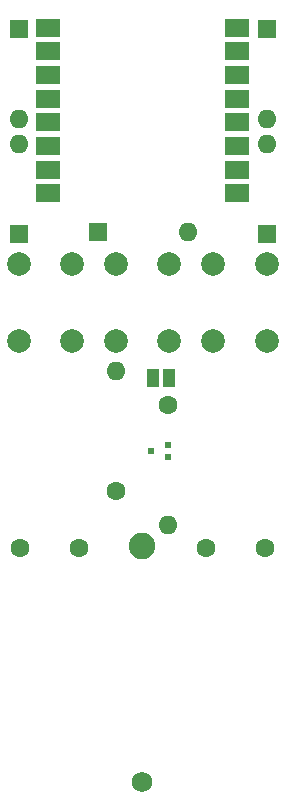
<source format=gbr>
%TF.GenerationSoftware,KiCad,Pcbnew,(7.0.0)*%
%TF.CreationDate,2023-07-04T16:48:58+02:00*%
%TF.ProjectId,attiny85_remote,61747469-6e79-4383-955f-72656d6f7465,rev?*%
%TF.SameCoordinates,Original*%
%TF.FileFunction,Soldermask,Top*%
%TF.FilePolarity,Negative*%
%FSLAX46Y46*%
G04 Gerber Fmt 4.6, Leading zero omitted, Abs format (unit mm)*
G04 Created by KiCad (PCBNEW (7.0.0)) date 2023-07-04 16:48:58*
%MOMM*%
%LPD*%
G01*
G04 APERTURE LIST*
%ADD10C,2.250000*%
%ADD11C,1.755000*%
%ADD12R,1.000000X1.500000*%
%ADD13C,1.600000*%
%ADD14R,0.600000X0.600000*%
%ADD15R,2.000000X1.500000*%
%ADD16C,2.000000*%
%ADD17R,1.600000X1.600000*%
%ADD18O,1.600000X1.600000*%
G04 APERTURE END LIST*
D10*
%TO.C,BT1*%
X191075000Y-90400000D03*
D11*
X191075000Y-110400000D03*
%TD*%
D12*
%TO.C,J3*%
X193299999Y-76149999D03*
X191999999Y-76149999D03*
%TD*%
D13*
%TO.C,C2*%
X185725000Y-90525000D03*
X180725000Y-90525000D03*
%TD*%
%TO.C,C1*%
X196425000Y-90525000D03*
X201425000Y-90525000D03*
%TD*%
D14*
%TO.C,Q1*%
X193224999Y-82824999D03*
X193224999Y-81824999D03*
X191824999Y-82324999D03*
%TD*%
D15*
%TO.C,U1*%
X183099999Y-46524999D03*
X183099999Y-48524999D03*
X183099999Y-50524999D03*
X183099999Y-52524999D03*
X183099999Y-54524999D03*
X183099999Y-56524999D03*
X183099999Y-58524999D03*
X183099999Y-60524999D03*
X199099999Y-60524999D03*
X199099999Y-58524999D03*
X199099999Y-56524999D03*
X199099999Y-54524999D03*
X199099999Y-52524999D03*
X199099999Y-50524999D03*
X199099999Y-48524999D03*
X199099999Y-46524999D03*
%TD*%
D16*
%TO.C,SW1*%
X201600000Y-73050000D03*
X201600000Y-66550000D03*
X197100000Y-73050000D03*
X197100000Y-66550000D03*
%TD*%
D17*
%TO.C,D6*%
X201599999Y-46654999D03*
D18*
X201599999Y-54274999D03*
%TD*%
D13*
%TO.C,R2*%
X188875000Y-85760000D03*
D18*
X188874999Y-75599999D03*
%TD*%
D17*
%TO.C,D3*%
X180599999Y-63994999D03*
D18*
X180599999Y-56374999D03*
%TD*%
D16*
%TO.C,SW3*%
X188850000Y-66550000D03*
X188850000Y-73050000D03*
X193350000Y-66550000D03*
X193350000Y-73050000D03*
%TD*%
D17*
%TO.C,D4*%
X180599999Y-46654999D03*
D18*
X180599999Y-54274999D03*
%TD*%
%TO.C,D5*%
X201599999Y-56374999D03*
D17*
X201599999Y-63994999D03*
%TD*%
D13*
%TO.C,R1*%
X193275000Y-78440000D03*
D18*
X193274999Y-88599999D03*
%TD*%
D16*
%TO.C,SW2*%
X180600000Y-66550000D03*
X180600000Y-73050000D03*
X185100000Y-66550000D03*
X185100000Y-73050000D03*
%TD*%
D17*
%TO.C,D1*%
X187299999Y-63799999D03*
D18*
X194919999Y-63799999D03*
%TD*%
M02*

</source>
